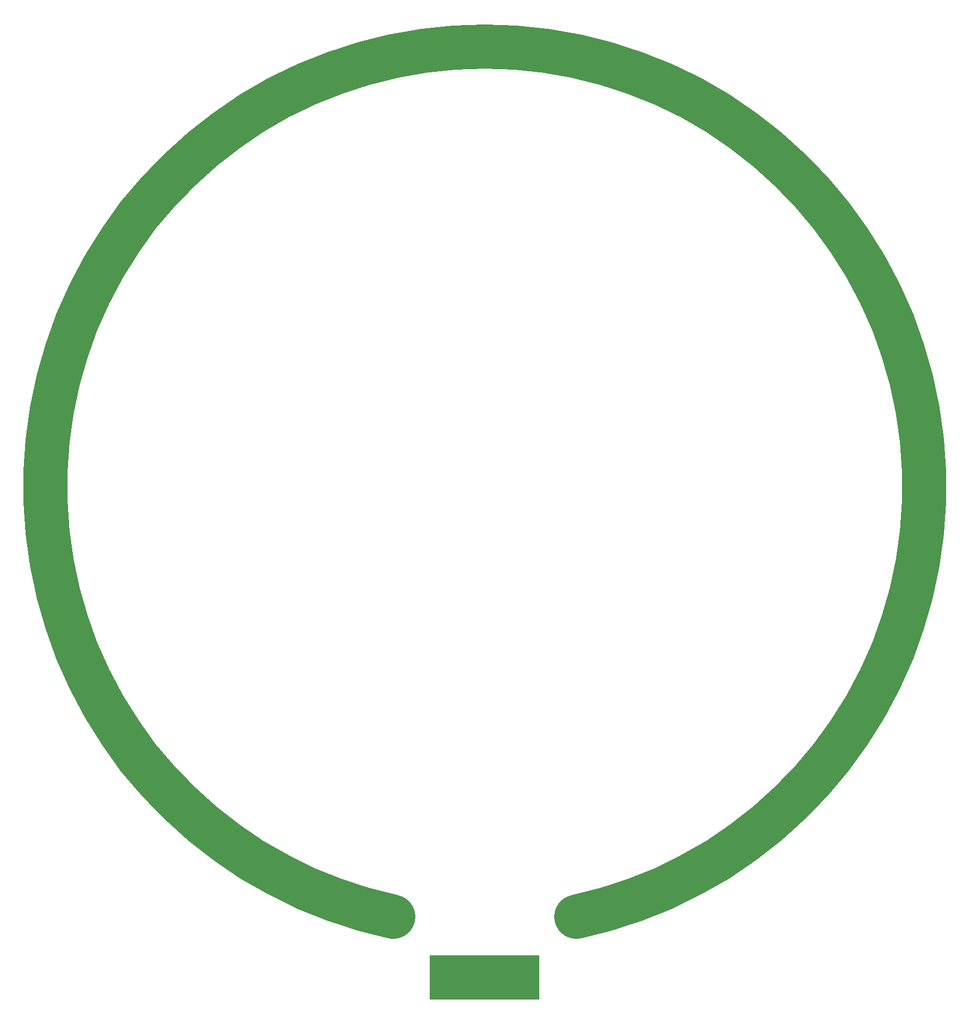
<source format=gts>
%FSTAX44Y44*%
%MOMM*%
%SFA1B1*%

%IPPOS*%
%ADD11C,6.999986*%
%ADD12C,1.203198*%
%ADD13C,4.203192*%
%ADD14C,0.203200*%
%LNpcb1-1*%
%LPD*%
G36*
X-01536979Y0012446D02*
Y00054459D01*
X-01641979*
Y0012446*
X-01536979*
G37*
G36*
X-01466979Y00054459D02*
X-01536979D01*
Y0012446*
X-01466979*
Y00054459*
G37*
G54D11*
X-01408941Y00186516D02*
D01*
X-01361533Y00198336*
X-01315065Y00213435*
X-01269764Y00231738*
X-01225849Y00253156*
X-01183536Y00277586*
X-0114303Y00304908*
X-01104528Y00334988*
X-01068219Y00367682*
X-01034278Y00402828*
X-01002872Y00440256*
X-00974154Y00479784*
X-00948262Y00521219*
X-00925324Y0056436*
X-00905451Y00608995*
X-0088874Y00654908*
X-00875273Y00701874*
X-00865114Y00749666*
X-00858315Y00798049*
X-00854906Y0084679*
Y00895649*
X-00858314Y00944389*
X-00865114Y00992773*
X-00875273Y01040565*
X-0088874Y01087531*
X-00905451Y01133444*
X-00925324Y01178079*
X-00948262Y01221219*
X-00974153Y01262654*
X-01002872Y01302182*
X-01034278Y0133961*
X-01068219Y01374757*
X-01104528Y0140745*
X-0114303Y01437531*
X-01183536Y01464853*
X-01225849Y01489282*
X-01269764Y01510701*
X-01315065Y01529004*
X-01361533Y01544102*
X-01408941Y01555922*
X-01457058Y01564407*
X-0150565Y01569514*
X-01554479Y01571219*
X-01603309Y01569514*
X-016519Y01564407*
X-01700017Y01555922*
X-01747425Y01544102*
X-01793893Y01529004*
X-01839195Y01510701*
X-01883109Y01489283*
X-01925423Y01464853*
X-01965929Y01437531*
X-0200443Y0140745*
X-0204074Y01374757*
X-0207468Y01339611*
X-02106086Y01302182*
X-02134805Y01262654*
X-02160697Y01221219*
X-02183635Y01178079*
X-02203508Y01133444*
X-02220219Y01087531*
X-02233686Y01040565*
X-02243844Y00992773*
X-02250644Y00944389*
X-02254053Y00895649*
Y0084679*
X-02250644Y0079805*
X-02243844Y00749666*
X-02233686Y00701874*
X-02220219Y00654908*
X-02203508Y00608995*
X-02183635Y0056436*
X-02160697Y0052122*
X-02134805Y00479785*
X-02106087Y00440257*
X-02074681Y00402828*
X-0204074Y00367682*
X-02004431Y00334989*
X-01965929Y00304908*
X-01925423Y00277586*
X-0188311Y00253156*
X-01839195Y00231738*
X-01793894Y00213435*
X-01747426Y00198337*
X-01700018Y00186517*
X-01700017Y00186516*
G54D12*
X-01258646Y00236804D03*
X-01850312D03*
X-0149347Y01568555D03*
X-01735652Y01547368D03*
X-01373306D03*
X-01615488Y01568555D03*
X-00857143Y0081021D03*
X-00878332Y01052392D03*
Y00690046D03*
X-00857143Y00932228D03*
X-02251815Y0081021D03*
X-02188895Y01167052D03*
X-02230628Y01052392D03*
X-02127885Y01272722D03*
X-02188895Y01167052D03*
X-01152976Y01444625D03*
X-01258646Y01505635D03*
X-00920063Y01167052D03*
X-00981073Y01272722D03*
Y00469715D03*
X-00920063Y00575386D03*
X-01373306Y00195072D03*
X-01152976Y00297813D03*
X-01955982D03*
X-01735652Y00195072D03*
X-02188895Y00575386D03*
X-02127885Y00469715D03*
X-01955982Y01444625D03*
X-01850312Y01505635D03*
X-02230628Y00690046D03*
X-02251815Y00932228D03*
G54D13*
X-02049454Y01366194D03*
X-01059504Y00376244D03*
X-02049454D03*
X-01059504Y01366194D03*
G54D14*
X-01607129Y00087479D03*
X-01502129D03*
M02*
</source>
